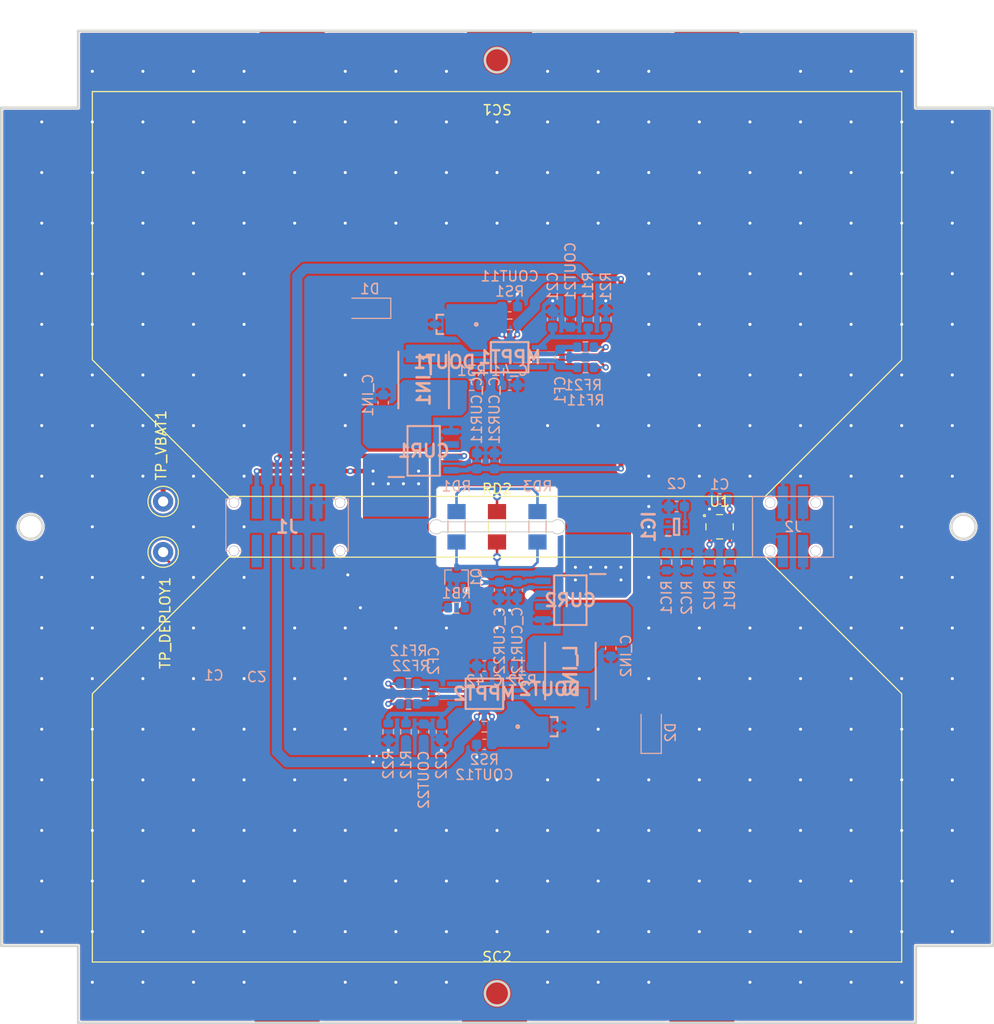
<source format=kicad_pcb>
(kicad_pcb (version 20211014) (generator pcbnew)
  (layers (0 "F.Cu" signal) (31 "B.Cu" signal) (34 "B.Paste" user) (35 "F.Paste" user) (36 "B.SilkS" user "B.Silkscreen") (37 "F.SilkS" user "F.Silkscreen") (38 "B.Mask" user) (39 "F.Mask" user) (44 "Edge.Cuts" user))
  (net 0 "")
  (net 1 "GND")
  (net 2 "/Sensors/VBAT")
  (net 3 "/+3V3")
  (net 4 "/SCL")
  (net 6 "/SDA")
  (net 7 "Net-(Q1-Pad1)")
  (net 8 "Net-(Q1-Pad3)")
  (net 9 "Net-(C21-Pad1)")
  (net 10 "/AntennaDeployment/Deploy")
  (net 11 "/AntennaDeployment/VBAT")
  (net 12 "Net-(C22-Pad1)")
  (net 13 "Net-(CF2-Pad1)")
  (net 14 "Net-(CF1-Pad1)")
  (net 15 "/SC1_V+")
  (net 16 "/SC1_I+")
  (net 17 "/MPPT1")
  (net 18 "Net-(CF1-Pad2)")
  (net 19 "/TEMP+")
  (net 20 "/MPPT2")
  (net 21 "/SC2_I+")
  (net 22 "/SC2_V+")
  (net 23 "Net-(CF2-Pad2)")
  (net 26 "Net-(C_41-Pad2)")
  (net 27 "Net-(C_42-Pad2)")
  (net 28 "/SolarMPPT/MPPT1_OUT")
  (net 29 "/SolarMPPT/MPPT2_OUT")
  (net 30 "/SolarMPPT/CUR1_OUT")
  (net 31 "/SolarMPPT/CUR2_OUT")
  (net 32 "/SolarMPPT/MPPT1_IN")
  (net 33 "/SolarMPPT/MPPT2_IN")
  (footprint "TestPoint:TestPoint_Loop_D1.80mm_Drill1.0mm_Beaded" (layer "F.Cu") (at 92 87 -90)
    (fp_text reference "TP_VBAT1")
    (fp_text value "TestPoint")
  )
  (footprint "USER_Activ:3G30A_40x80" (layer "F.Cu") (at 125 112.5)
    (fp_text reference "SC2")
    (fp_text value "Solar_Cell")
  )
  (footprint "Resistor_SMD:R_MiniMELF_MMA-0204" (layer "F.Cu") (at 125 89.5 -90)
    (fp_text reference "RD2")
    (fp_text value "22R" hide)
  )
  (footprint "TestPoint:TestPoint_Loop_D1.80mm_Drill1.0mm_Beaded" (layer "F.Cu") (at 92 92 -90)
    (fp_text reference "TP_DEPLOY1")
    (fp_text value "TestPoint")
  )
  (footprint "USER_Optic:OLGA 2mm x 2,3mm" (layer "F.Cu") (at 147 89.5)
    (fp_text reference "U1")
    (fp_text value "GUVA-C32SM" hide)
  )
  (footprint "USER_OUTLINE:OUTLINE_SidepanelZ+" (layer "F.Cu") (at 125 89.5)
    (fp_text reference "Outline1" hide)
    (fp_text value "OUTLINE_Sidepanel")
    (fp_line (start 41.4 -41.4) (end 49 -41.4) (layer "Edge.Cuts") (width 0.25))
    (fp_line (start -41.4 41.4) (end -49 41.4) (layer "Edge.Cuts") (width 0.25))
    (fp_line (start 49 -41.4) (end 49 41.4) (layer "Edge.Cuts") (width 0.25))
    (fp_line (start -49 -41.4) (end -41.4 -41.4) (layer "Edge.Cuts") (width 0.25))
    (fp_line (start -41.4 49) (end -41.4 41.4) (layer "Edge.Cuts") (width 0.25))
    (fp_line (start 41.4 41.4) (end 41.4 49) (layer "Edge.Cuts") (width 0.25))
    (fp_line (start -41.4 -41.4) (end -41.4 -49) (layer "Edge.Cuts") (width 0.25))
    (fp_line (start -41.4 -49) (end 41.4 -49) (layer "Edge.Cuts") (width 0.25))
    (fp_line (start -41.4 49) (end 41.4 49) (layer "Edge.Cuts") (width 0.25))
    (fp_line (start -49 -41.4) (end -49 41.4) (layer "Edge.Cuts") (width 0.25))
    (fp_line (start 49 41.4) (end 41.4 41.4) (layer "Edge.Cuts") (width 0.25))
    (fp_line (start 41.4 -49) (end 41.4 -41.4) (layer "Edge.Cuts") (width 0.25))
    (fp_circle (center -46.1 0) (end -44.9 0) (layer "Edge.Cuts") (width 0.25) (fill none))
    (fp_circle (center 0 -46.1) (end 1.2 -46.1) (layer "Edge.Cuts") (width 0.25) (fill none))
    (fp_circle (center 0 46.1) (end 1.2 46.1) (layer "Edge.Cuts") (width 0.25) (fill none))
    (fp_circle (center 46.1 0) (end 47.3 0) (layer "Edge.Cuts") (width 0.25) (fill none))
  )
  (footprint "USER_Activ:3G30A_40x80" (layer "F.Cu") (at 125 66.5 180)
    (fp_text reference "SC1")
    (fp_text value "Solar_Cell")
  )
  (footprint "Resistor_SMD:R_0603_1608Metric" (layer "B.Cu") (at 114.25 109.75 90)
    (fp_text reference "R22")
    (fp_text value "tbd")
  )
  (footprint "Resistor_SMD:R_0603_1608Metric" (layer "B.Cu") (at 135.75 69 -90)
    (fp_text reference "R21")
    (fp_text value "tbd")
  )
  (footprint "SamacSys:INDPM5650X530N" (layer "B.Cu") (at 117.75 75 90)
    (fp_text reference "L_IN1")
    (fp_text value "10u" hide)
  )
  (footprint "SamacSys:M808280842" (layer "B.Cu") (at 104.25 89.5)
    (fp_text reference "J1")
    (fp_text value "Conn_02x04_Odd_Even" hide)
  )
  (footprint "Resistor_SMD:R_0603_1608Metric" (layer "B.Cu") (at 116.25 105)
    (fp_text reference "RF12")
    (fp_text value "1k")
  )
  (footprint "Capacitor_SMD:C_0603_1608Metric" (layer "B.Cu") (at 147 86.75 180)
    (fp_text reference "C1")
    (fp_text value "1u")
  )
  (footprint "Capacitor_SMD:C_0603_1608Metric" (layer "B.Cu") (at 142.75 87.5)
    (fp_text reference "C2")
    (fp_text value "1u")
  )
  (footprint "Resistor_SMD:R_MiniMELF_MMA-0204" (layer "B.Cu") (at 121 89.5 -90)
    (fp_text reference "RD1")
    (fp_text value "22R" hide)
  )
  (footprint "Capacitor_SMD:C_0603_1608Metric" (layer "B.Cu") (at 113.75 77.25 90)
    (fp_text reference "C_IN1")
    (fp_text value "10u")
  )
  (footprint "SamacSys:SOTFL50P160X60-6N" (layer "B.Cu") (at 142.75 89.5)
    (fp_text reference "IC1")
    (fp_text value "TMP112AQDRLRQ1" hide)
  )
  (footprint "Resistor_SMD:R_0603_1608Metric" (layer "B.Cu") (at 116.25 107)
    (fp_text reference "RF22")
    (fp_text value "1k")
  )
  (footprint "SamacSys:SOIC127P600X175-8N" (layer "B.Cu") (at 132.25 96.75 180)
    (fp_text reference "CUR2")
    (fp_text value "TMCS1101A3BQDT" hide)
  )
  (footprint "Package_TO_SOT_SMD:SOT-323_SC-70" (layer "B.Cu") (at 121 94.5 90)
    (fp_text reference "Q1")
    (fp_text value "BSS214NW" hide)
  )
  (footprint "SamacSys:STMITE" (layer "B.Cu") (at 129.5 109.25 180)
    (fp_text reference "DOUT2")
    (fp_text value "SMM4F5.0" hide)
  )
  (footprint "Capacitor_SMD:C_0603_1608Metric" (layer "B.Cu") (at 117.75 109.75 90)
    (fp_text reference "COUT22")
    (fp_text value "10u")
  )
  (footprint "Capacitor_SMD:C_0603_1608Metric" (layer "B.Cu") (at 132.25 69 -90)
    (fp_text reference "COUT21")
    (fp_text value "10u")
  )
  (footprint "Capacitor_SMD:C_0603_1608Metric" (layer "B.Cu") (at 123.75 111 180)
    (fp_text reference "COUT12")
    (fp_text value "4u7")
  )
  (footprint "Resistor_SMD:R_0603_1608Metric" (layer "B.Cu") (at 134 69 90)
    (fp_text reference "R11")
    (fp_text value "1M")
  )
  (footprint "Capacitor_SMD:C_0603_1608Metric" (layer "B.Cu") (at 118.75 106 90)
    (fp_text reference "CF2")
    (fp_text value "1u")
  )
  (footprint "Capacitor_SMD:C_0603_1608Metric" (layer "B.Cu") (at 124.75 83 90)
    (fp_text reference "C_CUR21")
    (fp_text value "10u")
  )
  (footprint "Resistor_SMD:R_0603_1608Metric" (layer "B.Cu") (at 146 93 90)
    (fp_text reference "RU2")
    (fp_text value "4k7")
  )
  (footprint "SamacSys:STMITE" (layer "B.Cu") (at 120.5 69.5)
    (fp_text reference "DOUT1")
    (fp_text value "SMM4F5.0" hide)
  )
  (footprint "Resistor_SMD:R_0603_1608Metric" (layer "B.Cu") (at 126.25 69.5 180)
    (fp_text reference "RS1")
    (fp_text value "0R01")
  )
  (footprint "SamacSys:SOP65P640X120-8N" (layer "B.Cu") (at 126.25 72.75)
    (fp_text reference "MPPT1")
    (fp_text value "SPV1040TTR" hide)
  )
  (footprint "Capacitor_SMD:C_0603_1608Metric" (layer "B.Cu") (at 127 95.75 90)
    (fp_text reference "C_CUR12")
    (fp_text value "100n")
  )
  (footprint "Diode_SMD:D_SOD-123F" (layer "B.Cu") (at 140.24 109.69 90)
    (fp_text reference "D2")
    (fp_text value "PMEG2020EH")
  )
  (footprint "Capacitor_SMD:C_0603_1608Metric" (layer "B.Cu") (at 131.25 72.75 -90)
    (fp_text reference "CF1")
    (fp_text value "1u")
  )
  (footprint "Diode_SMD:D_SOD-123F" (layer "B.Cu") (at 112.3 67.91 180)
    (fp_text reference "D1")
    (fp_text value "PMEG2020EH")
  )
  (footprint "Resistor_SMD:R_0603_1608Metric" (layer "B.Cu") (at 133.75 71.75 180)
    (fp_text reference "RF21")
    (fp_text value "1k")
  )
  (footprint "Capacitor_SMD:C_0603_1608Metric" (layer "B.Cu") (at 136.25 101.5 -90)
    (fp_text reference "C_IN2")
    (fp_text value "10u")
  )
  (footprint "Resistor_SMD:R_0603_1608Metric" (layer "B.Cu") (at 116 109.75 -90)
    (fp_text reference "R12")
    (fp_text value "1M")
  )
  (footprint "Capacitor_SMD:C_0603_1608Metric" (layer "B.Cu") (at 123.75 103.25)
    (fp_text reference "C_42")
    (fp_text value "100n")
  )
  (footprint "Resistor_SMD:R_0603_1608Metric" (layer "B.Cu") (at 148 93 90)
    (fp_text reference "RU1")
    (fp_text value "4k7")
  )
  (footprint "USER_Passiv:M80-8280442" (layer "B.Cu") (at 154.25 89.5 180)
    (fp_text reference "J2")
    (fp_text value "Conn_02x02_Odd_Even")
  )
  (footprint "Capacitor_SMD:C_0603_1608Metric" (layer "B.Cu") (at 123 83 -90)
    (fp_text reference "C_CUR11")
    (fp_text value "100n")
  )
  (footprint "SamacSys:INDPM5650X530N" (layer "B.Cu") (at 132.25 103.75 -90)
    (fp_text reference "L_IN2")
    (fp_text value "10u" hide)
  )
  (footprint "SamacSys:SOIC127P600X175-8N" (layer "B.Cu") (at 117.75 82)
    (fp_text reference "CUR1")
    (fp_text value "TMCS1101A3BQDT" hide)
  )
  (footprint "Resistor_SMD:R_0603_1608Metric" (layer "B.Cu") (at 141.75 93 90)
    (fp_text reference "RIC1")
    (fp_text value "4k7")
  )
  (footprint "Resistor_SMD:R_0603_1608Metric" (layer "B.Cu") (at 122.5 75.5 180)
    (fp_text reference "R31")
    (fp_text value "1k")
  )
  (footprint "Resistor_SMD:R_MiniMELF_MMA-0204" (layer "B.Cu") (at 129 89.5 -90)
    (fp_text reference "RD3")
    (fp_text value "22R" hide)
  )
  (footprint "SamacSys:SOP65P640X120-8N" (layer "B.Cu") (at 123.75 106 180)
    (fp_text reference "MPPT2")
    (fp_text value "SPV1040TTR" hide)
  )
  (footprint "Capacitor_SMD:C_0603_1608Metric" (layer "B.Cu") (at 130.5 69 90)
    (fp_text reference "C21")
    (fp_text value "1n")
  )
  (footprint "Capacitor_SMD:C_0603_1608Metric" (layer "B.Cu") (at 119.5 109.75 -90)
    (fp_text reference "C22")
    (fp_text value "1n")
  )
  (footprint "Resistor_SMD:R_0603_1608Metric" (layer "B.Cu") (at 133.75 73.75 180)
    (fp_text reference "RF11")
    (fp_text value "1k")
  )
  (footprint "Resistor_SMD:R_0603_1608Metric" (layer "B.Cu") (at 127.5 103.25)
    (fp_text reference "R32")
    (fp_text value "1k")
  )
  (footprint "Capacitor_SMD:C_0603_1608Metric" (layer "B.Cu") (at 126.25 67.75)
    (fp_text reference "COUT11")
    (fp_text value "4u7")
  )
  (footprint "Resistor_SMD:R_0603_1608Metric" (layer "B.Cu") (at 123.75 109.25)
    (fp_text reference "RS2")
    (fp_text value "0R01")
  )
  (footprint "Capacitor_SMD:C_0603_1608Metric" (layer "B.Cu") (at 126.25 75.5 180)
    (fp_text reference "C_41")
    (fp_text value "100n")
  )
  (footprint "Resistor_SMD:R_0603_1608Metric" (layer "B.Cu") (at 121 97.5 180)
    (fp_text reference "RB1")
    (fp_text value "10k" hide)
  )
  (footprint "Resistor_SMD:R_0603_1608Metric" (layer "B.Cu") (at 143.75 93 90)
    (fp_text reference "RIC2")
    (fp_text value "4k7")
  )
  (footprint "Capacitor_SMD:C_0603_1608Metric" (layer "B.Cu") (at 125.25 95.75 -90)
    (fp_text reference "C_CUR22")
    (fp_text value "10u")
  )
  (gr_line (start 130.5 89) (end 119.5 89) (layer "Edge.Cuts") (width 0.1))
  (gr_line (start 119.5 90) (end 130.5 90) (layer "Edge.Cuts") (width 0.1))
  (gr_arc (start 130.5 89) (mid 131.707107 89.5) (end 130.5 90) (layer "Edge.Cuts") (width 0.1))
  (gr_arc (start 119.5 90) (mid 118.292893 89.5) (end 119.5 89) (layer "Edge.Cuts") (width 0.1))
  (gr_text "C2" (at 101.25 104.25 -180) (layer "B.SilkS") (effects (font (size 1 1)) (justify mirror)))
  (gr_text "C1" (at 97 104.18) (layer "B.SilkS") (effects (font (size 1 1)) (justify mirror)))
  (segment (start 146 88.65) (end 146.05 88.7) (width 0.25) (layer "F.Cu") (net 1))
  (segment (start 146 87.75) (end 146 88.65) (width 0.25) (layer "F.Cu") (net 1))
  (via (at 85 84.5) (size 0.6) (drill 0.3) (layers "F.Cu" "B.Cu") (net 1))
  (via (at 95 64.5) (size 0.6) (drill 0.3) (layers "F.Cu" "B.Cu") (net 1))
  (via (at 115 134.5) (size 0.6) (drill 0.3) (layers "F.Cu" "B.Cu") (net 1))
  (via (at 140 124.5) (size 0.6) (drill 0.3) (layers "F.Cu" "B.Cu") (net 1))
  (via (at 165 99.5) (size 0.6) (drill 0.3) (layers "F.Cu" "B.Cu") (net 1))
  (via (at 105 124.5) (size 0.6) (drill 0.3) (layers "F.Cu" "B.Cu") (net 1))
  (via (at 105 104.5) (size 0.6) (drill 0.3) (layers "F.Cu" "B.Cu") (net 1))
  (via (at 150 79.5) (size 0.6) (drill 0.3) (layers "F.Cu" "B.Cu") (net 1))
  (via (at 127 66.5) (size 0.6) (drill 0.3) (layers "F.Cu" "B.Cu") (net 1))
  (via (at 140 114.5) (size 0.6) (drill 0.3) (layers "F.Cu" "B.Cu") (net 1))
  (via (at 145 109.5) (size 0.6) (drill 0.3) (layers "F.Cu" "B.Cu") (net 1))
  (via (at 85 54.5) (size 0.6) (drill 0.3) (layers "F.Cu" "B.Cu") (net 1))
  (via (at 130 114.5) (size 0.6) (drill 0.3) (layers "F.Cu" "B.Cu") (net 1))
  (via (at 140 59.5) (size 0.6) (drill 0.3) (layers "F.Cu" "B.Cu") (net 1))
  (via (at 100 129.5) (size 0.6) (drill 0.3) (layers "F.Cu" "B.Cu") (net 1))
  (via (at 130 79.5) (size 0.6) (drill 0.3) (layers "F.Cu" "B.Cu") (net 1))
  (via (at 95 44.5) (size 0.6) (drill 0.3) (layers "F.Cu" "B.Cu") (net 1))
  (via (at 95 79.5) (size 0.6) (drill 0.3) (layers "F.Cu" "B.Cu") (net 1))
  (via (at 125 129.5) (size 0.6) (drill 0.3) (layers "F.Cu" "B.Cu") (net 1))
  (via (at 165 74.5) (size 0.6) (drill 0.3) (layers "F.Cu" "B.Cu") (net 1))
  (via (at 155 69.5) (size 0.6) (drill 0.3) (layers "F.Cu" "B.Cu") (net 1))
  (via (at 95 99.5) (size 0.6) (drill 0.3) (layers "F.Cu" "B.Cu") (net 1))
  (via (at 140 119.5) (size 0.6) (drill 0.3) (layers "F.Cu" "B.Cu") (net 1))
  (via (at 170 69.5) (size 0.6) (drill 0.3) (layers "F.Cu" "B.Cu") (net 1))
  (via (at 160 64.5) (size 0.6) (drill 0.3) (layers "F.Cu" "B.Cu") (net 1))
  (via (at 165 119.5) (size 0.6) (drill 0.3) (layers "F.Cu" "B.Cu") (net 1))
  (via (at 100 99.5) (size 0.6) (drill 0.3) (layers "F.Cu" "B.Cu") (net 1))
  (via (at 165 54.5) (size 0.6) (drill 0.3) (layers "F.Cu" "B.Cu") (net 1))
  (via (at 140 44.5) (size 0.6) (drill 0.3) (layers "F.Cu" "B.Cu") (net 1))
  (via (at 110 74.5) (size 0.6) (drill 0.3) (layers "F.Cu" "B.Cu") (net 1))
  (via (at 95 124.5) (size 0.6) (drill 0.3) (layers "F.Cu" "B.Cu") (net 1))
  (via (at 85 49.5) (size 0.6) (drill 0.3) (layers "F.Cu" "B.Cu") (net 1))
  (via (at 95 59.5) (size 0.6) (drill 0.3) (layers "F.Cu" "B.Cu") (net 1))
  (via (at 155 129.5) (size 0.6) (drill 0.3) (layers "F.Cu" "B.Cu") (net 1))
  (via (at 120 59.5) (size 0.6) (drill 0.3) (layers "F.Cu" "B.Cu") (net 1))
  (via (at 110 44.5) (size 0.6) (drill 0.3) (layers "F.Cu" "B.Cu") (net 1))
  (via (at 165 124.5) (size 0.6) (drill 0.3) (layers "F.Cu" "B.Cu") (net 1))
  (via (at 125 49.5) (size 0.6) (drill 0.3) (layers "F.Cu" "B.Cu") (net 1))
  (via (at 80 54.5) (size 0.6) (drill 0.3) (layers "F.Cu" "B.Cu") (net 1))
  (via (at 135 114.5) (size 0.6) (drill 0.3) (layers "F.Cu" "B.Cu") (net 1))
  (via (at 105 49.5) (size 0.6) (drill 0.3) (layers "F.Cu" "B.Cu") (net 1))
  (via (at 160 129.5) (size 0.6) (drill 0.3) (layers "F.Cu" "B.Cu") (net 1))
  (via (at 100 59.5) (size 0.6) (drill 0.3) (layers "F.Cu" "B.Cu") (net 1))
  (via (at 95 49.5) (size 0.6) (drill 0.3) (layers "F.Cu" "B.Cu") (net 1))
  (via (at 85 59.5) (size 0.6) (drill 0.3) (layers "F.Cu" "B.Cu") (net 1))
  (via (at 170 119.5) (size 0.6) (drill 0.3) (layers "F.Cu" "B.Cu") (net 1))
  (via (at 155 74.5) (size 0.6) (drill 0.3) (layers "F.Cu" "B.Cu") (net 1))
  (via (at 140 69.5) (size 0.6) (drill 0.3) (layers "F.Cu" "B.Cu") (net 1))
  (via (at 140 99.5) (size 0.6) (drill 0.3) (layers "F.Cu" "B.Cu") (net 1))
  (via (at 85 104.5) (size 0.6) (drill 0.3) (layers "F.Cu" "B.Cu") (net 1))
  (via (at 155 99.5) (size 0.6) (drill 0.3) (layers "F.Cu" "B.Cu") (net 1))
  (via (at 85 109.5) (size 0.6) (drill 0.3) (layers "F.Cu" "B.Cu") (net 1))
  (via (at 95 134.5) (size 0.6) (drill 0.3) (layers "F.Cu" "B.Cu") (net 1))
  (via (at 110 99.5) (size 0.6) (drill 0.3) (layers "F.Cu" "B.Cu") (net 1))
  (via (at 110 59.5) (size 0.6) (drill 0.3) (layers "F.Cu" "B.Cu") (net 1))
  (via (at 105 54.5) (size 0.6) (drill 0.3) (layers "F.Cu" "B.Cu") (net 1))
  (via (at 114.25 111.5745) (size 0.6) (drill 0.3) (layers "F.Cu" "B.Cu") (net 1))
  (via (at 110 79.5) (size 0.6) (drill 0.3) (layers "F.Cu" "B.Cu") (net 1))
  (via (at 85 79.5) (size 0.6) (drill 0.3) (layers "F.Cu" "B.Cu") (net 1))
  (via (at 170 49.5) (size 0.6) (drill 0.3) (layers "F.Cu" "B.Cu") (net 1))
  (via (at 150 134.5) (size 0.6) (drill 0.3) (layers "F.Cu" "B.Cu") (net 1))
  (via (at 95 94.5) (size 0.6) (drill 0.3) (layers "F.Cu" "B.Cu") (net 1))
  (via (at 155 84.5) (size 0.6) (drill 0.3) (layers "F.Cu" "B.Cu") (net 1))
  (via (at 125.25 97.75) (size 0.6) (drill 0.3) (layers "F.Cu" "B.Cu") (net 1))
  (via (at 145 119.5) (size 0.6) (drill 0.3) (layers "F.Cu" "B.Cu") (net 1))
  (via (at 100 44.5) (size 0.6) (drill 0.3) (layers "F.Cu" "B.Cu") (net 1))
  (via (at 130 49.5) (size 0.6) (drill 0.3) (layers "F.Cu" "B.Cu") (net 1))
  (via (at 120 44.5) (size 0.6) (drill 0.3) (layers "F.Cu" "B.Cu") (net 1))
  (via (at 150 69.5) (size 0.6) (drill 0.3) (layers "F.Cu" "B.Cu") (net 1))
  (via (at 85 134.5) (size 0.6) (drill 0.3) (layers "F.Cu" "B.Cu") (net 1))
  (via (at 110 109.5) (size 0.6) (drill 0.3) (layers "F.Cu" "B.Cu") (net 1))
  (via (at 160 54.5) (size 0.6) (drill 0.3) (layers "F.Cu" "B.Cu") (net 1))
  (via (at 160 74.5) (size 0.6) (drill 0.3) (layers "F.Cu" "B.Cu") (net 1))
  (via (at 155 59.5) (size 0.6) (drill 0.3) (layers "F.Cu" "B.Cu") (net 1))
  (via (at 120 124.5) (size 0.6) (drill 0.3) (layers "F.Cu" "B.Cu") (net 1))
  (via (at 95 74.5) (size 0.6) (drill 0.3) (layers "F.Cu" "B.Cu") (net 1))
  (via (at 80 104.5) (size 0.6) (drill 0.3) (layers "F.Cu" "B.Cu") (net 1))
  (via (at 110 129.5) (size 0.6) (drill 0.3) (layers "F.Cu" "B.Cu") (net 1))
  (via (at 165 79.5) (size 0.6) (drill 0.3) (layers "F.Cu" "B.Cu") (net 1))
  (via (at 95 69.5) (size 0.6) (drill 0.3) (layers "F.Cu" "B.Cu") (net 1))
  (via (at 90 49.5) (size 0.6) (drill 0.3) (layers "F.Cu" "B.Cu") (net 1))
  (via (at 145 64.5) (size 0.6) (drill 0.3) (layers "F.Cu" "B.Cu") (net 1))
  (via (at 140 84.5) (size 0.6) (drill 0.3) (layers "F.Cu" "B.Cu") (net 1))
  (via (at 119.5 111.5745) (size 0.6) (drill 0.3) (layers "F.Cu" "B.Cu") (net 1))
  (via (at 155 79.5) (size 0.6) (drill 0.3) (layers "F.Cu" "B.Cu") (net 1))
  (via (at 165 89.5) (size 0.6) (drill 0.3) (layers "F.Cu" "B.Cu") (net 1))
  (via (at 150 119.5) (size 0.6) (drill 0.3) (layers "F.Cu" "B.Cu") (net 1))
  (via (at 160 114.5) (size 0.6) (drill 0.3) (layers "F.Cu" "B.Cu") (net 1))
  (via (at 160 69.5) (size 0.6) (drill 0.3) (layers "F.Cu" "B.Cu") (net 1))
  (via (at 160 89.5) (size 0.6) (drill 0.3) (layers "F.Cu" "B.Cu") (net 1))
  (via (at 150 54.5) (size 0.6) (drill 0.3) (layers "F.Cu" "B.Cu") (net 1))
  (via (at 110 54.5) (size 0.6) (drill 0.3) (layers "F.Cu" "B.Cu") (net 1))
  (via (at 145 49.5) (size 0.6) (drill 0.3) (layers "F.Cu" "B.Cu") (net 1))
  (via (at 80 119.5) (size 0.6) (drill 0.3) (layers "F.Cu" "B.Cu") (net 1))
  (via (at 140 49.5) (size 0.6) (drill 0.3) (layers "F.Cu" "B.Cu") (net 1))
  (via (at 110 124.5) (size 0.6) (drill 0.3) (layers "F.Cu" "B.Cu") (net 1))
  (via (at 160 134.5) (size 0.6) (drill 0.3) (layers "F.Cu" "B.Cu") (net 1))
  (via (at 115 99.5) (size 0.6) (drill 0.3) (layers "F.Cu" "B.Cu") (net 1))
  (via (at 155 119.5) (size 0.6) (drill 0.3) (layers "F.Cu" "B.Cu") (net 1))
  (via (at 100 114.5) (size 0.6) (drill 0.3) (layers "F.Cu" "B.Cu") (net 1))
  (via (at 90 104.5) (size 0.6) (drill 0.3) (layers "F.Cu" "B.Cu") (net 1))
  (via (at 160 99.5) (size 0.6) (drill 0.3) (layers "F.Cu" "B.Cu") (net 1))
  (via (at 140 129.5) (size 0.6) (drill 0.3) (layers "F.Cu" "B.Cu") (net 1))
  (via (at 100 54.5) (size 0.6) (drill 0.3) (layers "F.Cu" "B.Cu") (net 1))
  (via (at 165 84.5) (size 0.6) (drill 0.3) (layers "F.Cu" "B.Cu") (net 1))
  (via (at 126.25 97.75) (size 0.6) (drill 0.3) (layers "F.Cu" "B.Cu") (net 1))
  (via (at 85 114.5) (size 0.6) (drill 0.3) (layers "F.Cu" "B.Cu") (net 1))
  (via (at 120 49.5) (size 0.6) (drill 0.3) (layers "F.Cu" "B.Cu") (net 1))
  (via (at 80 99.5) (size 0.6) (drill 0.3) (layers "F.Cu" "B.Cu") (net 1))
  (via (at 120 134.5) (size 0.6) (drill 0.3) (layers "F.Cu" "B.Cu") (net 1))
  (via (at 80 84.5) (size 0.6) (drill 0.3) (layers "F.Cu" "B.Cu") (net 1))
  (via (at 130 54.5) (size 0.6) (drill 0.3) (layers "F.Cu" "B.Cu") (net 1))
  (via (at 115 119.5) (size 0.6) (drill 0.3) (layers "F.Cu" "B.Cu") (net 1))
  (via (at 150 104.5) (size 0.6) (drill 0.3) (layers "F.Cu" "B.Cu") (net 1))
  (via (at 165 49.5) (size 0.6) (drill 0.3) (layers "F.Cu" "B.Cu") (net 1))
  (via (at 130 59.5) (size 0.6) (drill 0.3) (layers "F.Cu" "B.Cu") (net 1))
  (via (at 123 112.25) (size 0.6) (drill 0.3) (layers "F.Cu" "B.Cu") (net 1))
  (via (at 125 124.5) (size 0.6) (drill 0.3) (layers "F.Cu" "B.Cu") (net 1))
  (via (at 80 49.5) (size 0.6) (drill 0.3) (layers "F.Cu" "B.Cu") (net 1))
  (via (at 100 94.5) (size 0.6) (drill 0.3) (layers "F.Cu" "B.Cu") (net 1))
  (via (at 170 74.5) (size 0.6) (drill 0.3) (layers "F.Cu" "B.Cu") (net 1))
  (via (at 135.75 67.1755) (size 0.6) (drill 0.3) (layers "F.Cu" "B.Cu") (net 1))
  (via (at 105 59.5) (size 0.6) (drill 0.3) (layers "F.Cu" "B.Cu") (net 1))
  (via (at 80 69.5) (size 0.6) (drill 0.3) (layers "F.Cu" "B.Cu") (net 1))
  (via (at 165 114.5) (size 0.6) (drill 0.3) (layers "F.Cu" "B.Cu") (net 1))
  (via (at 125 54.5) (size 0.6) (drill 0.3) (layers "F.Cu" "B.Cu") (net 1))
  (via (at 135 49.5) (size 0.6) (drill 0.3) (layers "F.Cu" "B.Cu") (net 1))
  (via (at 120 129.5) (size 0.6) (drill 0.3) (layers "F.Cu" "B.Cu") (net 1))
  (via (at 155 109.5) (size 0.6) (drill 0.3) (layers "F.Cu" "B.Cu") (net 1))
  (via (at 155 64.5) (size 0.6) (drill 0.3) (layers "F.Cu" "B.Cu") (net 1))
  (via (at 90 79.5) (size 0.6) (drill 0.3) (layers "F.Cu" "B.Cu") (net 1))
  (via (at 110 119.5) (size 0.6) (drill 0.3) (layers "F.Cu" "B.Cu") (net 1))
  (via (at 115 129.5) (size 0.6) (drill 0.3) (layers "F.Cu" "B.Cu") (net 1))
  (via (at 135 134.5) (size 0.6) (drill 0.3) (layers "F.Cu" "B.Cu") (net 1))
  (via (at 160 119.5) (size 0.6) (drill 0.3) (layers "F.Cu" "B.Cu") (net 1))
  (via (at 170 54.5) (size 0.6) (drill 0.3) (layers "F.Cu" "B.Cu") (net 1))
  (via (at 90 114.5) (size 0.6) (drill 0.3) (layers "F.Cu" "B.Cu") (net 1))
  (via (at 80 129.5) (size 0.6) (drill 0.3) (layers "F.Cu" "B.Cu") (net 1))
  (via (at 115 54.5) (size 0.6) (drill 0.3) (layers "F.Cu" "B.Cu") (net 1))
  (via (at 135 129.5) (size 0.6) (drill 0.3) (layers "F.Cu" "B.Cu") (net 1))
  (via (at 80 64.5) (size 0.6) (drill 0.3) (layers "F.Cu" "B.Cu") (net 1))
  (via (at 120 119.5) (size 0.6) (drill 0.3) (layers "F.Cu" "B.Cu") (net 1))
  (via (at 140 87.5) (size 0.6) (drill 0.3) (layers "F.Cu" "B.Cu") (net 1))
  (via (at 135 119.5) (size 0.6) (drill 0.3) (layers "F.Cu" "B.Cu") (net 1))
  (via (at 100 79.5) (size 0.6) (drill 0.3) (layers "F.Cu" "B.Cu") (net 1))
  (via (at 150 129.5) (size 0.6) (drill 0.3) (layers "F.Cu" "B.Cu") (net 1))
  (via (at 115 49.5) (size 0.6) (drill 0.3) (layers "F.Cu" "B.Cu") (net 1))
  (via (at 145 99.5) (size 0.6) (drill 0.3) (layers "F.Cu" "B.Cu") (net 1))
  (via (at 150 109.5) (size 0.6) (drill 0.3) (layers "F.Cu" "B.Cu") (net 1))
  (via (at 125 114.5) (size 0.6) (drill 0.3) (layers "F.Cu" "B.Cu") (net 1))
  (via (at 160 79.5) (size 0.6) (drill 0.3) (layers "F.Cu" "B.Cu") (net 1))
  (via (at 160 109.5) (size 0.6) (drill 0.3) (layers "F.Cu" "B.Cu") (net 1))
  (via (at 90 69.5) (size 0.6) (drill 0.3) (layers "F.Cu" "B.Cu") (net 1))
  (via (at 150 99.5) (size 0.6) (drill 0.3) (layers "F.Cu" "B.Cu") (net 1))
  (via (at 85 124.5) (size 0.6) (drill 0.3) (layers "F.Cu" "B.Cu") (net 1))
  (via (at 90 134.5) (size 0.6) (drill 0.3) (layers "F.Cu" "B.Cu") (net 1))
  (via (at 145 124.5) (size 0.6) (drill 0.3) (layers "F.Cu" "B.Cu") (net 1))
  (via (at 140 79.5) (size 0.6) (drill 0.3) (layers "F.Cu" "B.Cu") (net 1))
  (via (at 160 104.5) (size 0.6) (drill 0.3) (layers "F.Cu" "B.Cu") (net 1))
  (via (at 90 59.5) (size 0.6) (drill 0.3) (layers "F.Cu" "B.Cu") (net 1))
  (via (at 150 124.5) (size 0.6) (drill 0.3) (layers "F.Cu" "B.Cu") (net 1))
  (via (at 90 44.5) (size 0.6) (drill 0.3) (layers "F.Cu" "B.Cu") (net 1))
  (via (at 145 104.5) (size 0.6) (drill 0.3) (layers "F.Cu" "B.Cu") (net 1))
  (via (at 155 114.5) (size 0.6) (drill 0.3) (layers "F.Cu" "B.Cu") (net 1))
  (via (at 110 104.5) (size 0.6) (drill 0.3) (layers "F.Cu" "B.Cu") (net 1))
  (via (at 165 69.5) (size 0.6) (drill 0.3) (layers "F.Cu" "B.Cu") (net 1))
  (via (at 85 74.5) (size 0.6) (drill 0.3) (layers "F.Cu" "B.Cu") (net 1))
  (via (at 85 129.5) (size 0.6) (drill 0.3) (layers "F.Cu" "B.Cu") (net 1))
  (via (at 90 54.5) (size 0.6) (drill 0.3) (layers "F.Cu" "B.Cu") (net 1))
  (via (at 145 84.5) (size 0.6) (drill 0.3) (layers "F.Cu" "B.Cu") (net 1))
  (via (at 100 104.5) (size 0.6) (drill 0.3) (layers "F.Cu" "B.Cu") (net 1))
  (via (at 125 59.5) (size 0.6) (drill 0.3) (layers "F.Cu" "B.Cu") (net 1))
  (via (at 80 109.5) (size 0.6) (drill 0.3) (layers "F.Cu" "B.Cu") (net 1))
  (via (at 95 109.5) (size 0.6) (drill 0.3) (layers "F.Cu" "B.Cu") (net 1))
  (via (at 150 84.5) (size 0.6) (drill 0.3) (layers "F.Cu" "B.Cu") (net 1))
  (via (at 125 99.5) (size 0.6) (drill 0.3) (layers "F.Cu" "B.Cu") (net 1))
  (via (at 100 119.5) (size 0.6) (drill 0.3) (layers "F.Cu" "B.Cu") (net 1))
  (via (at 150 49.5) (size 0.6) (drill 0.3) (layers "F.Cu" "B.Cu") (net 1))
  (via (at 80 94.5) (size 0.6) (drill 0.3) (layers "F.Cu" "B.Cu") (net 1))
  (via (at 140 104.5) (size 0.6) (drill 0.3) (layers "F.Cu" "B.Cu") (net 1))
  (via (at 85 119.5) (size 0.6) (drill 0.3) (layers "F.Cu" "B.Cu") (net 1))
  (via (at 100 134.5) (size 0.6) (drill 0.3) (layers "F.Cu" "B.Cu") (net 1))
  (via (at 130 134.5) (size 0.6) (drill 0.3) (layers "F.Cu" "B.Cu") (net 1))
  (via (at 110 49.5) (size 0.6) (drill 0.3) (layers "F.Cu" "B.Cu") (net 1))
  (via (at 105 109.5) (size 0.6) (drill 0.3) (layers "F.Cu" "B.Cu") (net 1))
  (via (at 155 104.5) (size 0.6) (drill 0.3) (layers "F.Cu" "B.Cu") (net 1))
  (via (at 145 59.5) (size 0.6) (drill 0.3) (layers "F.Cu" "B.Cu") (net 1))
  (via (at 130 129.5) (size 0.6) (drill 0.3) (layers "F.Cu" "B.Cu") (net 1))
  (via (at 80 59.5) (size 0.6) (drill 0.3) (layers "F.Cu" "B.Cu") (net 1))
  (via (at 160 49.5) (size 0.6) (drill 0.3) (layers "F.Cu" "B.Cu") (net 1))
  (via (at 85 64.5) (size 0.6) (drill 0.3) (layers "F.Cu" "B.Cu") (net 1))
  (via (at 140 74.5) (size 0.6) (drill 0.3) (layers "F.Cu" "B.Cu") (net 1))
  (via (at 170 104.5) (size 0.6) (drill 0.3) (layers "F.Cu" "B.Cu") (net 1))
  (via (at 90 124.5) (size 0.6) (drill 0.3) (layers "F.Cu" "B.Cu") (net 1))
  (via (at 145 129.5) (size 0.6) (drill 0.3) (layers "F.Cu" "B.Cu") (net 1))
  (via (at 100 124.5) (size 0.6) (drill 0.3) (layers "F.Cu" "B.Cu") (net 1))
  (via (at 110 114.5) (size 0.6) (drill 0.3) (layers "F.Cu" "B.Cu") (net 1))
  (via (at 170 109.5) (size 0.6) (drill 0.3) (layers "F.Cu" "B.Cu") (net 1))
  (via (at 165 109.5) (size 0.6) (drill 0.3) (layers "F.Cu" "B.Cu") (net 1))
  (via (at 130.5 67.1755) (size 0.6) (drill 0.3) (layers "F.Cu" "B.Cu") (net 1))
  (via (at 115 44.5) (size 0.6) (drill 0.3) (layers "F.Cu" "B.Cu") (net 1))
  (via (at 80 114.5) (size 0.6) (drill 0.3) (layers "F.Cu" "B.Cu") (net 1))
  (via (at 140 134.5) (size 0.6) (drill 0.3) (layers "F.Cu" "B.Cu") (net 1))
  (via (at 105 129.5) (size 0.6) (drill 0.3) (layers "F.Cu" "B.Cu") (net 1))
  (via (at 105 114.5) (size 0.6) (drill 0.3) (layers "F.Cu" "B.Cu") (net 1))
  (via (at 115 59.5) (size 0.6) (drill 0.3) (layers "F.Cu" "B.Cu") (net 1))
  (via (at 95 84.5) (size 0.6) (drill 0.3) (layers "F.Cu" "B.Cu") (net 1))
  (via (at 140 54.5) (size 0.6) (drill 0.3) (layers "F.Cu" "B.Cu") (net 1))
  (via (at 85 89.5) (size 0.6) (drill 0.3) (layers "F.Cu" "B.Cu") (net 1))
  (via (at 85 69.5) (size 0.6) (drill 0.3) (layers "F.Cu" "B.Cu") (net 1))
  (via (at 165 94.5) (size 0.6) (drill 0.3) (layers "F.Cu" "B.Cu") (net 1))
  (via (at 80 74.5) (size 0.6) (drill 0.3) (layers "F.Cu" "B.Cu") (net 1))
  (via (at 160 44.5) (size 0.6) (drill 0.3) (layers "F.Cu" "B.Cu") (net 1))
  (via (at 140 64.5) (size 0.6) (drill 0.3) (layers "F.Cu" "B.Cu") (net 1))
  (via (at 125 119.5) (size 0.6) (drill 0.3) (layers "F.Cu" "B.Cu") (net 1))
  (via (at 170 94.5) (size 0.6) (drill 0.3) (layers "F.Cu" "B.Cu") (net 1))
  (via (at 105 99.5) (size 0.6) (drill 0.3) (layers "F.Cu" "B.Cu") (net 1))
  (via (at 90 99.5) (size 0.6) (drill 0.3) (layers "F.Cu" "B.Cu") (net 1))
  (via (at 130 44.5) (size 0.6) (drill 0.3) (layers "F.Cu" "B.Cu") (net 1))
  (via (at 100 69.5) (size 0.6) (drill 0.3) (layers "F.Cu" "B.Cu") (net 1))
  (via (at 135 44.5) (size 0.6) (drill 0.3) (layers "F.Cu" "B.Cu") (net 1))
  (via (at 145 74.5) (size 0.6) (drill 0.3) (layers "F.Cu" "B.Cu") (net 1))
  (via (at 170 129.5) (size 0.6) (drill 0.3) (layers "F.Cu" "B.Cu") (net 1))
  (via (at 95 104.5) (size 0.6) (drill 0.3) (layers "F.Cu" "B.Cu") (net 1))
  (via (at 165 104.5) (size 0.6) (drill 0.3) (layers "F.Cu" "B.Cu") (net 1))
  (via (at 100 64.5) (size 0.6) (drill 0.3) (layers "F.Cu" "B.Cu") (net 1))
  (via (at 155 49.5) (size 0.6) (drill 0.3) (layers "F.Cu" "B.Cu") (net 1))
  (via (at 80 124.5) (size 0.6) (drill 0.3) (layers "F.Cu" "B.Cu") (net 1))
  (via (at 80 79.5) (size 0.6) (drill 0.3) (layers "F.Cu" "B.Cu") (net 1))
  (via (at 90 74.5) (size 0.6) (drill 0.3) (layers "F.Cu" "B.Cu") (net 1))
  (via (at 170 84.5) (size 0.6) (drill 0.3) (layers "F.Cu" "B.Cu") (net 1))
  (via (at 170 64.5) (size 0.6) (drill 0.3) (layers "F.Cu" "B.Cu") (net 1))
  (via (at 170 99.5) (size 0.6) (drill 0.3) (layers "F.Cu" "B.Cu") (net 1))
  (via (at 100 49.5) (size 0.6) (drill 0.3) (layers "F.Cu" "B.Cu") (net 1))
  (via (at 85 99.5) (size 0.6) (drill 0.3) (layers "F.Cu" "B.Cu") (net 1))
  (via (at 170 79.5) (size 0.6) (drill 0.3) (layers "F.Cu" "B.Cu") (net 1))
  (via (at 120 99.5) (size 0.6) (drill 0.3) (layers "F.Cu" "B.Cu") (net 1))
  (via (at 150 74.5) (size 0.6) (drill 0.3) (layers "F.Cu" "B.Cu") (net 1))
  (via (at 100 109.5) (size 0.6) (drill 0.3) (layers "F.Cu" "B.Cu") (net 1))
  (via (at 145 79.5) (size 0.6) (drill 0.3) (layers "F.Cu" "B.Cu") (net 1))
  (via (at 90 119.5) (size 0.6) (drill 0.3) (layers "F.Cu" "B.Cu") (net 1))
  (via (at 95 89.5) (size 0.6) (drill 0.3) (layers "F.Cu" "B.Cu") (net 1))
  (via (at 145 114.5) (size 0.6) (drill 0.3) (layers "F.Cu" "B.Cu") (net 1))
  (via (at 170 59.5) (size 0.6) (drill 0.3) (layers "F.Cu" "B.Cu") (net 1))
  (via (at 130 124.5) (size 0.6) (drill 0.3) (layers "F.Cu" "B.Cu") (net 1))
  (via (at 135 54.5) (size 0.6) (drill 0.3) (layers "F.Cu" "B.Cu") (net 1))
  (via (at 90 94.5) (size 0.6) (drill 0.3) (layers "F.Cu" "B.Cu") (net 1))
  (via (at 130 119.5) (size 0.6) (drill 0.3) (layers "F.Cu" "B.Cu") (net 1))
  (via (at 85 44.5) (size 0.6) (drill 0.3) (layers "F.Cu" "B.Cu") (net 1))
  (via (at 135 59.5) (size 0.6) (drill 0.3) (layers "F.Cu" "B.Cu") (net 1))
  (via (at 90 64.5) (size 0.6) (drill 0.3) (layers "F.Cu" "B.Cu") (net 1))
  (via (at 100 89.5) (size 0.6) (drill 0.3) (layers "F.Cu" "B.Cu") (net 1))
  (via (at 145 54.5) (size 0.6) (drill 0.3) (layers "F.Cu" "B.Cu") (net 1))
  (via (at 150 59.5) (size 0.6) (drill 0.3) (layers "F.Cu" "B.Cu") (net 1))
  (via (at 146 87.75) (size 0.6) (drill 0.3) (layers "F.Cu" "B.Cu") (net 1))
  (via (at 155 54.5) (size 0.6) (drill 0.3) (layers "F.Cu" "B.Cu") (net 1))
  (via (at 135 124.5) (size 0.6) (drill 0.3) (layers "F.Cu" "B.Cu") (net 1))
  (via (at 160 94.5) (size 0.6) (drill 0.3) (layers "F.Cu" "B.Cu") (net 1))
  (via (at 100 84.5) (size 0.6) (drill 0.3) (layers "F.Cu" "B.Cu") (net 1))
  (via (at 150 114.5) (size 0.6) (drill 0.3) (layers "F.Cu" "B.Cu") (net 1))
  (via (at 135 109.5) (size 0.6) (drill 0.3) (layers "F.Cu" "B.Cu") (net 1))
  (via (at 160 84.5) (size 0.6) (drill 0.3) (layers "F.Cu" "B.Cu") (net 1))
  (via (at 95 119.5) (size 0.6) (drill 0.3) (layers "F.Cu" "B.Cu") (net 1))
  (via (at 135 79.5) (size 0.6) (drill 0.3) (layers "F.Cu" "B.Cu") (net 1))
  (via (at 160 124.5) (size 0.6) (drill 0.3) (layers "F.Cu" "B.Cu") (net 1))
  (via (at 95 54.5) (size 0.6) (drill 0.3) (layers "F.Cu" "B.Cu") (net 1))
  (via (at 90 109.5) (size 0.6) (drill 0.3) (layers "F.Cu" "B.Cu") (net 1))
  (via (at 155 134.5) (size 0.6) (drill 0.3) (layers "F.Cu" "B.Cu") (net 1))
  (via (at 110 134.5) (size 0.6) (drill 0.3) (layers "F.Cu" "B.Cu") (net 1))
  (via (at 90 84.5) (size 0.6) (drill 0.3) (layers "F.Cu" "B.Cu") (net 1))
  (via (at 90 129.5) (size 0.6) (drill 0.3) (layers "F.Cu" "B.Cu") (net 1))
  (via (at 115 124.5) (size 0.6) (drill 0.3) (layers "F.Cu" "B.Cu") (net 1))
  (via (at 165 59.5) (size 0.6) (drill 0.3) (layers "F.Cu" "B.Cu") (net 1))
  (via (at 150 64.5) (size 0.6) (drill 0.3) (layers "F.Cu" "B.Cu") (net 1))
  (via (at 165 64.5) (size 0.6) (drill 0.3) (layers "F.Cu" "B.Cu") (net 1))
  (via (at 140 94.5) (size 0.6) (drill 0.3) (layers "F.Cu" "B.Cu") (net 1))
  (via (at 165 129.5) (size 0.6) (drill 0.3) (layers "F.Cu" "B.Cu") (net 1))
  (via (at 170 124.5) (size 0.6) (drill 0.3) (layers "F.Cu" "B.Cu") (net 1))
  (via (at 95 129.5) (size 0.6) (drill 0.3) (layers "F.Cu" "B.Cu") (net 1))
  (via (at 145 69.5) (size 0.6) (drill 0.3) (layers "F.Cu" "B.Cu") (net 1))
  (via (at 140 89.5) (size 0.6) (drill 0.3) (layers "F.Cu" "B.Cu") (net 1))
  (via (at 165 44.5) (size 0.6) (drill 0.3) (layers "F.Cu" "B.Cu") (net 1))
  (via (at 105 119.5) (size 0.6) (drill 0.3) (layers "F.Cu" "B.Cu") (net 1))
  (via (at 160 59.5) (size 0.6) (drill 0.3) (layers "F.Cu" "B.Cu") (net 1))
  (via (at 95 114.5) (size 0.6) (drill 0.3) (layers "F.Cu" "B.Cu") (net 1))
  (via (at 100 74.5) (size 0.6) (drill 0.3) (layers "F.Cu" "B.Cu") (net 1))
  (via (at 155 44.5) (size 0.6) (drill 0.3) (layers "F.Cu" "B.Cu") (net 1))
  (via (at 170 114.5) (size 0.6) (drill 0.3) (layers "F.Cu" "B.Cu") (net 1))
  (via (at 120 54.5) (size 0.6) (drill 0.3) (layers "F.Cu" "B.Cu") (net 1))
  (via (at 85 94.5) (size 0.6) (drill 0.3) (layers "F.Cu" "B.Cu") (net 1))
  (via (at 165 134.5) (size 0.6) (drill 0.3) (layers "F.Cu" "B.Cu") (net 1))
  (via (at 150 69.5) (size 0.6) (drill 0.3) (layers "F.Cu" "B.Cu") (net 1))
  (via (at 155 124.5) (size 0.6) (drill 0.3) (layers "F.Cu" "B.Cu") (net 1))
  (segment (start 146 87.75) (end 146 86.975) (width 0.25) (layer "B.Cu") (net 1))
  (segment (start 119.5 110.525) (end 119.5 111.5745) (width 0.45) (layer "B.Cu") (net 1))
  (segment (start 117.95 108.975) (end 119.5 110.525) (width 0.45) (layer "B.Cu") (net 1))
  (segment (start 135.75 68.175) (end 135.75 67.1755) (width 0.45) (layer "B.Cu") (net 1))
  (segment (start 132.25 69.775) (end 132.05 69.775) (width 0.45) (layer "B.Cu") (net 1))
  (segment (start 114.25 110.575) (end 114.25 111.5745) (width 0.45) (layer "B.Cu") (net 1))
  (segment (start 130.5 68.225) (end 130.5 67.1755) (width 0.45) (layer "B.Cu") (net 1))
  (segment (start 146 86.975) (end 146.225 86.75) (width 0.25) (layer "B.Cu") (net 1))
  (segment (start 132.05 69.775) (end 130.5 68.225) (width 0.45) (layer "B.Cu") (net 1))
  (segment (start 117.75 108.975) (end 117.95 108.975) (width 0.45) (layer "B.Cu") (net 1))
  (segment (start 148 87.75) (end 148 88.65) (width 0.25) (layer "F.Cu") (net 2))
  (segment (start 148 88.65) (end 147.95 88.7) (width 0.25) (layer "F.Cu") (net 2))
  (via (at 148 87.75) (size 0.6) (drill 0.3) (layers "F.Cu" "B.Cu") (net 2))
  (segment (start 148 86.975) (end 147.775 86.75) (width 0.25) (layer "B.Cu") (net 2))
  (segment (start 148 87.75) (end 148 86.975) (width 0.25) (layer "B.Cu") (net 2))
  (segment (start 143.588 89.5) (end 143.588 87.813) (width 0.25) (layer "B.Cu") (net 3))
  (segment (start 143.588 87.813) (end 143.525 87.75) (width 0.25) (layer "B.Cu") (net 3))
  (segment (start 139.25 93.25) (end 139.825 93.825) (width 0.25) (layer "B.Cu") (net 3))
  (segment (start 149.175 95) (end 154.5 95) (width 0.45) (layer "B.Cu") (net 3))
  (segment (start 154.5 95) (end 155.25 94.25) (width 0.45) (layer "B.Cu") (net 3))
  (segment (start 143.525 87.5) (end 143.525 86.775) (width 0.25) (layer "B.Cu") (net 3))
  (segment (start 143.525 86.775) (end 143 86.25) (width 0.25) (layer "B.Cu") (net 3))
  (segment (start 141.75 93.825) (end 148 93.825) (width 0.45) (layer "B.Cu") (net 3))
  (segment (start 148 93.825) (end 149.175 95) (width 0.45) (layer "B.Cu") (net 3))
  (segment (start 143 86.25) (end 139.5 86.25) (width 0.25) (layer "B.Cu") (net 3))
  (segment (start 139.25 86.5) (end 139.25 93.25) (width 0.25) (layer "B.Cu") (net 3))
  (segment (start 139.825 93.825) (end 141.75 93.825) (width 0.25) (layer "B.Cu") (net 3))
  (segment (start 155.25 94.25) (end 155.25 91.9) (width 0.45) (layer "B.Cu") (net 3))
  (segment (start 139.5 86.25) (end 139.25 86.5) (width 0.25) (layer "B.Cu") (net 3))
  (segment (start 148 91.25) (end 148 90.35) (width 0.25) (layer "F.Cu") (net 4))
  (segment (start 148 90.35) (end 147.95 90.3) (width 0.25) (layer "F.Cu") (net 4))
  (via (at 148 91.25) (size 0.6) (drill 0.3) (layers "F.Cu" "B.Cu") (net 4))
  (segment (start 142.5 93) (end 141.75 92.25) (width 0.25) (layer "B.Cu") (net 4))
  (segment (start 153.25 91) (end 152.75 90.5) (width 0.25) (layer "B.Cu") (net 4))
  (segment (start 148 92.175) (end 148 91.25) (width 0.25) (layer "B.Cu") (net 4))
  (segment (start 141.75 92.25) (end 141.75 92.175) (width 0.25) (layer "B.Cu") (net 4))
  (segment (start 148.75 90.5) (end 148 91.25) (width 0.25) (layer "B.Cu") (net 4))
  (segment (start 141.75 92.175) (end 141.75 90.162) (width 0.25) (layer "B.Cu") (net 4))
  (segment (start 147.175 93) (end 142.5 93) (width 0.25) (layer "B.Cu") (net 4))
  (segment (start 153.25 91.9) (end 153.25 91) (width 0.25) (layer "B.Cu") (net 4))
  (segment (start 152.75 90.5) (end 148.75 90.5) (width 0.25) (layer "B.Cu") (net 4))
  (segment (start 141.75 90.162) (end 141.912 90) (width 0.25) (layer "B.Cu") (net 4))
  (segment (start 148 92.175) (end 147.175 93) (width 0.25) (layer "B.Cu") (net 4))
  (segment (start 146 91.25) (end 146 90.35) (width 0.25) (layer "F.Cu") (net 6))
  (segment (start 146 90.35) (end 146.05 90.3) (width 0.25) (layer "F.Cu") (net 6))
  (via (at 146 91.25) (size 0.6) (drill 0.3) (layers "F.Cu" "B.Cu") (net 6))
  (segment (start 147.75 89.5) (end 154.75 89.5) (width 0.25) (layer "B.Cu") (net 6))
  (segment (start 146 92.175) (end 146 91.25) (width 0.25) (layer "B.Cu") (net 6))
  (segment (start 143.588 90) (end 143.588 92.013) (width 0.25) (layer "B.Cu") (net 6))
  (segment (start 143.588 92.013) (end 143.75 92.175) (width 0.25) (layer "B.Cu") (net 6))
  (segment (start 154.75 89.5) (end 155.25 89) (width 0.25) (layer "B.Cu") (net 6))
  (segment (start 143.75 92.175) (end 146 92.175) (width 0.25) (layer "B.Cu") (net 6))
  (segment (start 155.25 89) (end 155.25 87.1) (width 0.25) (layer "B.Cu") (net 6))
  (segment (start 146 91.25) (end 147.75 89.5) (width 0.25) (layer "B.Cu") (net 6))
  (segment (start 121.65 97.325) (end 121.825 97.5) (width 0.45) (layer "B.Cu") (net 7))
  (segment (start 121.65 95.5) (end 121.65 97.325) (width 0.45) (layer "B.Cu") (net 7))
  (segment (start 125 91) (end 125 92.5) (width 0.25) (layer "F.Cu") (net 8))
  (via (at 125 92.5) (size 0.8) (drill 0.4) (layers "F.Cu" "B.Cu") (net 8))
  (segment (start 121 93.5) (end 121 91) (width 0.25) (layer "B.Cu") (net 8))
  (segment (start 128.5 93.5) (end 129 93) (width 0.25) (layer "B.Cu") (net 8))
  (segment (start 125 93.5) (end 128.5 93.5) (width 0.25) (layer "B.Cu") (net 8))
  (segment (start 125 92.5) (end 125 93.5) (width 0.25) (layer "B.Cu") (net 8))
  (segment (start 129 93) (end 129 91) (width 0.25) (layer "B.Cu") (net 8))
  (segment (start 125 93.5) (end 121 93.5) (width 0.5) (layer "B.Cu") (net 8))
  (segment (start 130.5 69.775) (end 130.5 70.75) (width 0.45) (layer "B.Cu") (net 9))
  (segment (start 130.213 70.75) (end 130.5 70.75) (width 0.45) (layer "B.Cu") (net 9))
  (segment (start 130.5 70.75) (end 134 70.75) (width 0.45) (layer "B.Cu") (net 9))
  (segment (start 135.75 70.5) (end 135.75 69.825) (width 0.45) (layer "B.Cu") (net 9))
  (segment (start 135.5 70.75) (end 135.75 70.5) (width 0.45) (layer "B.Cu") (net 9))
  (segment (start 134 70.75) (end 135.5 70.75) (width 0.45) (layer "B.Cu") (net 9))
  (segment (start 134 69.825) (end 134 70.75) (width 0.45) (layer "B.Cu") (net 9))
  (segment (start 129.188 71.775) (end 130.213 70.75) (width 0.45) (layer "B.Cu") (net 9))
  (segment (start 111.5 97.5) (end 97.116807 97.5) (width 0.25) (layer "F.Cu") (net 10))
  (segment (start 97.116807 97.5) (end 92 92.383193) (width 0.25) (layer "F.Cu") (net 10))
  (segment (start 92 92.383193) (end 92 92) (width 0.25) (layer "F.Cu") (net 10))
  (via (at 111.5 97.5) (size 0.6) (drill 0.3) (layers "F.Cu" "B.Cu") (net 10))
  (segment (start 120.175 97.5) (end 111.5 97.5) (width 0.25) (layer "B.Cu") (net 10))
  (segment (start 92 82.5) (end 93.5 81) (width 0.5) (layer "F.Cu") (net 11))
  (segment (start 125 88) (end 125 86.5) (width 0.25) (layer "F.Cu") (net 11))
  (segment (start 92 87) (end 92 82.5) (width 0.5) (layer "F.Cu") (net 11))
  (segment (start 123.25 81) (end 125 82.75) (width 0.5) (layer "F.Cu") (net 11))
  (segment (start 125 82.75) (end 125 86.5) (width 0.5) (layer "F.Cu") (net 11))
  (segment (start 93.5 81) (end 123.25 81) (width 0.5) (layer "F.Cu") (net 11))
  (via (at 125 86.5) (size 0.8) (drill 0.4) (layers "F.Cu" "B.Cu") (net 11))
  (segment (start 125 85.75) (end 128.5 85.75) (width 0.25) (layer "B.Cu") (net 11))
  (segment (start 121 88) (end 121 86.25) (width 0.25) (layer "B.Cu") (net 11))
  (segment (start 121 86.25) (end 121.5 85.75) (width 0.25) (layer "B.Cu") (net 11))
  (segment (start 125 86.5) (end 125 85.75) (width 0.5) (layer "B.Cu") (net 11))
  (segment (start 121.5 85.75) (end 125 85.75) (width 0.25) (layer "B.Cu") (net 11))
  (segment (start 128.5 85.75) (end 129 86.25) (width 0.25) (layer "B.Cu") (net 11))
  (segment (start 129 86.25) (end 129 88) (width 0.25) (layer "B.Cu") (net 11))
  (segment (start 116 108.925) (end 116 108) (width 0.45) (layer "B.Cu") (net 12))
  (segment (start 114.25 108.25) (end 114.25 108.925) (width 0.45) (layer "B.Cu") (net 12))
  (segment (start 119.5 108.975) (end 119.5 108) (width 0.45) (layer "B.Cu") (net 12))
  (segment (start 119.5 108) (end 116 108) (width 0.45) (layer "B.Cu") (net 12))
  (segment (start 114.5 108) (end 114.25 108.25) (width 0.45) (layer "B.Cu") (net 12))
  (segment (start 116 108) (end 114.5 108) (width 0.45) (layer "B.Cu") (net 12))
  (segment (start 120.812 106.975) (end 119.787 108) (width 0.45) (layer "B.Cu") (net 12))
  (segment (start 119.787 108) (end 119.5 108) (width 0.45) (layer "B.Cu") (net 12))
  (segment (start 120.812 106.325) (end 119.2 106.325) (width 0.45) (layer "B.Cu") (net 13))
  (segment (start 118.525 107) (end 118.75 106.775) (width 0.45) (layer "B.Cu") (net 13))
  (segment (start 119.2 106.325) (end 118.75 106.775) (width 0.45) (layer "B.Cu") (net 13))
  (segment (start 117.075 107) (end 118.525 107) (width 0.45) (layer "B.Cu") (net 13))
  (segment (start 129.188 72.425) (end 130.8 72.425) (width 0.45) (layer "B.Cu") (net 14))
  (segment (start 132.925 71.75) (end 131.475 71.75) (width 0.45) (layer "B.Cu") (net 14))
  (segment (start 131.475 71.75) (end 131.25 71.975) (width 0.45) (layer "B.Cu") (net 14))
  (segment (start 130.8 72.425) (end 131.25 71.975) (width 0.45) (layer "B.Cu") (net 14))
  (segment (start 101.25 84) (end 110.5 84) (width 0.45) (layer "F.Cu") (net 15))
  (segment (start 110.5 84) (end 112.75 84) (width 0.45) (layer "F.Cu") (net 15))
  (via (at 117.25 84) (size 0.6) (drill 0.3) (layers "F.Cu" "B.Cu") (net 15))
  (via (at 114.25 85.25) (size 0.6) (drill 0.3) (layers "F.Cu" "B.Cu") (net 15))
  (via (at 117.25 85.25) (size 0.6) (drill 0.3) (layers "F.Cu" "B.Cu") (net 15))
  (via (at 112.75 85.25) (size 0.6) (drill 0.3) (layers "F.Cu" "B.Cu") (net 15))
  (via (at 112.75 84) (size 0.6) (drill 0.3) (layers "F.Cu" "B.Cu") (net 15))
  (via (at 115.75 85.25) (size 0.6) (drill 0.3) (layers "F.Cu" "B.Cu") (net 15))
  (via (at 101.25 84) (size 0.6) (drill 0.3) (layers "F.Cu" "B.Cu") (net 15))
  (via (at 110.5 84) (size 0.6) (drill 0.3) (layers "F.Cu" "B.Cu") (net 15))
  (segment (start 101.25 87.1) (end 101.25 84) (width 0.45) (layer "B.Cu") (net 15))
  (segment (start 103.5 82.5) (end 103.25 82.75) (width 0.45) (layer "F.Cu") (net 16))
  (segment (start 121.75 82.5) (end 103.5 82.5) (width 0.45) (layer "F.Cu") (net 16))
  (via (at 121.75 82.5) (size 0.6) (drill 0.3) (layers "F.Cu" "B.Cu") (net 16))
  (via (at 103.25 82.75) (size 0.6) (drill 0.3) (layers "F.Cu" "B.Cu") (net 16))
  (segment (start 121.615 82.635) (end 121.75 82.5) (width 0.45) (layer "B.Cu") (net 16))
  (segment (start 103.25 87.1) (end 103.25 82.75) (width 0.45) (layer "B.Cu") (net 16))
  (segment (start 120.461 82.635) (end 121.615 82.635) (width 0.45) (layer "B.Cu") (net 16))
  (segment (start 126.5 71.875) (end 126.5 71) (width 0.25) (layer "F.Cu") (net 17))
  (segment (start 135 72.5) (end 127.125 72.5) (width 0.25) (layer "F.Cu") (net 17))
  (segment (start 127.125 72.5) (end 126.5 71.875) (width 0.25) (layer "F.Cu") (net 17))
  (segment (start 135.75 71.75) (end 135 72.5) (width 0.25) (layer "F.Cu") (net 17))
  (segment (start 137.25 83.75) (end 137.25 65) (width 0.5) (layer "F.Cu") (net 17))
  (segment (start 126.5 71) (end 127 70.5) (width 0.25) (layer "F.Cu") (net 17))
  (via (at 127 70.5) (size 0.6) (drill 0.3) (layers "F.Cu" "B.Cu") (net 17))
  (via (at 135.75 71.75) (size 0.6) (drill 0.3) (layers "F.Cu" "B.Cu") (net 17))
  (via (at 137.25 65) (size 0.6) (drill 0.3) (layers "F.Cu" "B.Cu") (net 17))
  (via (at 137.25 83.75) (size 0.6) (drill 0.3) (layers "F.Cu" "B.Cu") (net 17))
  (segment (start 122.095 83.905) (end 122.25 83.75) (width 0.45) (layer "B.Cu") (net 17))
  (segment (start 132.25 68.225) (end 132.25 66) (width 1) (layer "B.Cu") (net 17))
  (segment (start 133 64) (end 106 64) (width 1) (layer "B.Cu") (net 17))
  (segment (start 128.75 67.825) (end 128.75 67.25) (width 1) (layer "B.Cu") (net 17))
  (segment (start 127.075 69.5) (end 128.75 67.825) (width 1) (layer "B.Cu") (net 17))
  (segment (start 127 70.5) (end 127 69.575) (width 0.45) (layer "B.Cu") (net 17))
  (segment (start 134 68.175) (end 134 66) (width 1) (layer "B.Cu") (net 17))
  (segment (start 134 66) (end 134 65) (width 1) (layer "B.Cu") (net 17))
  (segment (start 124.62 83.905) (end 124.75 83.775) (width 0.5) (layer "B.Cu") (net 17))
  (segment (start 106 64) (end 105.25 64.75) (width 1) (layer "B.Cu") (net 17))
  (segment (start 105.25 64.75) (end 105.25 87.1) (width 1) (layer "B.Cu") (net 17))
  (segment (start 137.25 83.75) (end 122.25 83.75) (width 0.5) (layer "B.Cu") (net 17))
  (segment (start 130 66) (end 134 66) (width 1) (layer "B.Cu") (net 17))
  (segment (start 134 65) (end 133 64) (width 1) (layer "B.Cu") (net 17))
  (segment (start 127 69.575) (end 127.075 69.5) (width 0.45) (layer "B.Cu") (net 17))
  (segment (start 120.461 83.905) (end 122.095 83.905) (width 0.45) (layer "B.Cu") (net 17))
  (segment (start 137.25 65) (end 134 65) (width 0.5) (layer "B.Cu") (net 17))
  (segment (start 134.575 71.75) (end 135.75 71.75) (width 0.25) (layer "B.Cu") (net 17))
  (segment (start 128.75 67.25) (end 130 66) (width 1) (layer "B.Cu") (net 17))
  (segment (start 130.8 73.075) (end 131.25 73.525) (width 0.45) (layer "B.Cu") (net 18))
  (segment (start 132.925 73.75) (end 131.475 73.75) (width 0.45) (layer "B.Cu") (net 18))
  (segment (start 129.188 73.075) (end 130.8 73.075) (width 0.45) (layer "B.Cu") (net 18))
  (segment (start 131.475 73.75) (end 131.25 73.525) (width 0.45) (layer "B.Cu") (net 18))
  (segment (start 131.275 73.5) (end 131.25 73.525) (width 0.45) (layer "B.Cu") (net 18))
  (segment (start 115 95) (end 112.75 97.25) (width 0.5) (layer "F.Cu") (net 20))
  (segment (start 122.875 106.25) (end 123.5 106.875) (width 0.25) (layer "F.Cu") (net 20))
  (segment (start 115 106.25) (end 122.875 106.25) (width 0.25) (layer "F.Cu") (net 20))
  (segment (start 114.25 107) (end 115 106.25) (width 0.25) (layer "F.Cu") (net 20))
  (segment (start 112.75 97.25) (end 112.75 112.75) (width 0.5) (layer "F.Cu") (net 20))
  (segment (start 123.5 95) (end 115 95) (width 0.5) (layer "F.Cu") (net 20))
  (segment (start 123.5 107.75) (end 123 108.25) (width 0.25) (layer "F.Cu") (net 20))
  (segment (start 123.5 106.875) (end 123.5 107.75) (width 0.25) (layer "F.Cu") (net 20))
  (via (at 123.5 95) (size 0.6) (drill 0.3) (layers "F.Cu" "B.Cu") (net 20))
  (via (at 123 108.25) (size 0.6) (drill 0.3) (layers "F.Cu" "B.Cu") (net 20))
  (via (at 114.25 107) (size 0.6) (drill 0.3) (layers "F.Cu" "B.Cu") (net 20))
  (via (at 112.75 112.75) (size 0.6) (drill 0.3) (layers "F.Cu" "B.Cu") (net 20))
  (segment (start 104.25 112.75) (end 103.25 111.75) (width 1) (layer "B.Cu") (net 20))
  (segment (start 123 109.175) (end 122.925 109.25) (width 0.45) (layer "B.Cu") (net 20))
  (segment (start 123 108.25) (end 123 109.175) (width 0.45) (layer "B.Cu") (net 20))
  (segment (start 116 110.575) (end 116 112.75) (width 1) (layer "B.Cu") (net 20))
  (segment (start 127.75 95) (end 127.905 94.845) (width 0.45) (layer "B.Cu") (net 20))
  (segment (start 127.905 94.845) (end 129.539 94.845) (width 0.45) (layer "B.Cu") (net 20))
  (segment (start 122.925 109.25) (end 121.25 110.925) (width 1) (layer "B.Cu") (net 20))
  (segment (start 112.75 112.75) (end 104.25 112.75) (width 1) (layer "B.Cu") (net 20))
  (segment (start 116 112.75) (end 112.75 112.75) (width 1) (layer "B.Cu") (net 20))
  (segment (start 121.25 110.925) (end 121.25 111.5) (width 1) (layer "B.Cu") (net 20))
  (segment (start 121.25 111.5) (end 120 112.75) (width 1) (layer "B.Cu") (net 20))
  (segment (start 123.5 95) (end 127.75 95) (width 0.45) (layer "B.Cu") (net 20))
  (segment (start 117.75 110.525) (end 117.75 112.75) (width 1) (layer "B.Cu") (net 20))
  (segment (start 120 112.75) (end 116 112.75) (width 1) (layer "B.Cu") (net 20))
  (segment (start 103.25 111.75) (end 103.25 91.9) (width 1) (layer "B.Cu") (net 20))
  (segment (start 115.425 107) (end 114.25 107) (width 0.25) (layer "B.Cu") (net 20))
  (segment (start 125.38 94.845) (end 125.25 94.975) (width 0.5) (layer "B.Cu") (net 20))
  (segment (start 105.25 98) (end 105.724511 98.474511) (width 0.45) (layer "B.Cu") (net 21))
  (segment (start 126.550103 98.474511) (end 128.909614 96.115) (width 0.45) (layer "B.Cu") (net 21))
  (segment (start 128.909614 96.115) (end 129.539 96.115) (width 0.45) (layer "B.Cu") (net 21))
  (segment (start 105.25 91.9) (end 105.25 98) (width 0.45) (layer "B.Cu") (net 21))
  (segment (start 105.724511 98.474511) (end 126.550103 98.474511) (width 0.45) (layer "B.Cu") (net 21))
  (segment (start 132 94.25) (end 132.75 93.5) (width 0.45) (layer "F.Cu") (net 22))
  (segment (start 110.25 94.25) (end 132 94.25) (width 0.45) (layer "F.Cu") (net 22))
  (via (at 132.75 94.75) (size 0.6) (drill 0.3) (layers "F.Cu" "B.Cu") (net 22))
  (via (at 110.25 94.25) (size 0.6) (drill 0.3) (layers "F.Cu" "B.Cu") (net 22))
  (via (at 134.25 93.5) (size 0.6) (drill 0.3) (layers "F.Cu" "B.Cu") (net 22))
  (via (at 135.75 93.5) (size 0.6) (drill 0.3) (layers "F.Cu" "B.Cu") (net 22))
  (via (at 137.25 93.5) (size 0.6) (drill 0.3) (layers "F.Cu" "B.Cu") (net 22))
  (via (at 132.75 93.5) (size 0.6) (drill 0.3) (layers "F.Cu" "B.Cu") (net 22))
  (via (at 137.25 94.75) (size 0.6) (drill 0.3) (layers "F.Cu" "B.Cu") (net 22))
  (segment (start 107.25 91.9) (end 107.25 93.5) (width 0.45) (layer "B.Cu") (net 22))
  (segment (start 108 94.25) (end 110.25 94.25) (width 0.45) (layer "B.Cu") (net 22))
  (segment (start 107.25 93.5) (end 108 94.25) (width 0.45) (layer "B.Cu") (net 22))
  (segment (start 119.2 105.675) (end 118.75 105.225) (width 0.45) (layer "B.Cu") (net 23))
  (segment (start 120.812 105.675) (end 119.2 105.675) (width 0.45) (layer "B.Cu") (net 23))
  (segment (start 118.725 105.25) (end 118.75 105.225) (width 0.45) (layer "B.Cu") (net 23))
  (segment (start 117.075 105) (end 118.525 105) (width 0.45) (layer "B.Cu") (net 23))
  (segment (start 118.525 105) (end 118.75 105.225) (width 0.45) (layer "B.Cu") (net 23))
  (segment (start 125.475 73.775) (end 125.525 73.725) (width 0.45) (layer "B.Cu") (net 26))
  (segment (start 123.312 73.725) (end 125.525 73.725) (width 0.45) (layer "B.Cu") (net 26))
  (segment (start 123.325 75.5) (end 123.325 73.738) (width 0.45) (layer "B.Cu") (net 26))
  (segment (start 125.475 75.5) (end 125.475 73.775) (width 0.45) (layer "B.Cu") (net 26))
  (segment (start 123.325 73.738) (end 123.312 73.725) (width 0.45) (layer "B.Cu") (net 26))
  (segment (start 125.525 73.725) (end 129.188 73.725) (width 0.45) (layer "B.Cu") (net 26))
  (segment (start 126.688 105.025) (end 124.475 105.025) (width 0.45) (layer "B.Cu") (net 27))
  (segment (start 124.525 104.975) (end 124.475 105.025) (width 0.45) (layer "B.Cu") (net 27))
  (segment (start 124.525 103.25) (end 124.525 104.975) (width 0.45) (layer "B.Cu") (net 27))
  (segment (start 124.475 105.025) (end 120.812 105.025) (width 0.45) (layer "B.Cu") (net 27))
  (segment (start 126.675 105.012) (end 126.688 105.025) (width 0.45) (layer "B.Cu") (net 27))
  (segment (start 126.675 103.25) (end 126.675 105.012) (width 0.45) (layer "B.Cu") (net 27))
  (segment (start 126 72.25) (end 126 71) (width 0.25) (layer "F.Cu") (net 28))
  (segment (start 126.75 73) (end 126 72.25) (width 0.25) (layer "F.Cu") (net 28))
  (segment (start 126 71) (end 125.5 70.5) (width 0.25) (layer "F.Cu") (net 28))
  (segment (start 135.75 73.75) (end 135 73) (width 0.25) (layer "F.Cu") (net 28))
  (segment (start 135 73) (end 126.75 73) (width 0.25) (layer "F.Cu") (net 28))
  (via (at 135.75 73.75) (size 0.6) (drill 0.3) (layers "F.Cu" "B.Cu") (net 28))
  (via (at 125.5 70.5) (size 0.6) (drill 0.3) (layers "F.Cu" "B.Cu") (net 28))
  (segment (start 125.5 70.5) (end 125.5 69.575) (width 0.45) (layer "B.Cu") (net 28))
  (segment (start 134.575 73.75) (end 135.75 73.75) (width 0.25) (layer "B.Cu") (net 28))
  (segment (start 119.325 67.91) (end 120.915 69.5) (width 0.75) (layer "B.Cu") (net 28))
  (segment (start 125.5 69.575) (end 125.425 69.5) (width 0.45) (layer "B.Cu") (net 28))
  (segment (start 113.7 67.91) (end 119.325 67.91) (width 0.75) (layer "B.Cu") (net 28))
  (segment (start 124 106.5) (end 124 107.75) (width 0.25) (layer "F.Cu") (net 29))
  (segment (start 124 107.75) (end 124.5 108.25) (width 0.25) (layer "F.Cu") (net 29))
  (segment (start 115 105.75) (end 123.25 105.75) (width 0.25) (layer "F.Cu") (net 29))
  (segment (start 123.25 105.75) (end 124 106.5) (width 0.25) (layer "F.Cu") (net 29))
  (segment (start 114.25 105) (end 115 105.75) (width 0.25) (layer "F.Cu") (net 29))
  (via (at 124.5 108.25) (size 0.6) (drill 0.3) (layers "F.Cu" "B.Cu") (net 29))
  (via (at 114.25 105) (size 0.6) (drill 0.3) (layers "F.Cu" "B.Cu") (net 29))
  (segment (start 124.5 108.25) (end 124.5 109.175) (width 0.45) (layer "B.Cu") (net 29))
  (segment (start 130.925 111.09) (end 129.085 109.25) (width 0.75) (layer "B.Cu") (net 29))
  (segment (start 124.5 109.175) (end 124.575 109.25) (width 0.45) (layer "B.Cu") (net 29))
  (segment (start 140.24 111.09) (end 130.925 111.09) (width 0.75) (layer "B.Cu") (net 29))
  (segment (start 115.425 105) (end 114.25 105) (width 0.25) (layer "B.Cu") (net 29))
  (segment (start 115.39 72.4) (end 117.75 72.4) (width 0.75) (layer "B.Cu") (net 32))
  (segment (start 123.312 72.425) (end 116.775 72.425) (width 0.45) (layer "B.Cu") (net 32))
  (segment (start 110.9 67.91) (end 115.39 72.4) (width 0.75) (layer "B.Cu") (net 32))
  (segment (start 117.775 72.425) (end 117.75 72.4) (width 0.3) (layer "B.Cu") (net 32))
  (segment (start 134.19 108.29) (end 132.25 106.35) (width 0.75) (layer "B.Cu") (net 33))
  (segment (start 140.24 108.29) (end 134.19 108.29) (width 0.75) (layer "B.Cu") (net 33))
  (segment (start 126.688 106.325) (end 133.225 106.325) (width 0.45) (layer "B.Cu") (net 33))
  (segment (start 132.225 106.325) (end 132.25 106.35) (width 0.3) (layer "B.Cu") (net 33))
  (zone (net 22) (net_name "/SC2_V+") (layers F&B.Cu) (priority 3) (connect_pads yes (clearance 0.2)) (min_thickness 0.254) (fill yes (thermal_gap 0.2) (thermal_bridge_width 0.3))
    (polygon (pts (xy 131.75 96) (xy 131.75 90.25) (xy 138.25 90.25) (xy 138.25 96) (xy 137.75 96.5) (xy 132.25 96.5)))
  )
  (zone (net 1) (net_name "GND") (layers F&B.Cu) (connect_pads (clearance 0.2)) (min_thickness 0.2) (fill yes (thermal_gap 0.25) (thermal_bridge_width 0.35))
    (polygon (pts (xy 174 138.5) (xy 76 138.5) (xy 76 40.5) (xy 174 40.5)))
  )
  (zone (net 15) (net_name "/SC1_V+") (layers F&B.Cu) (priority 3) (connect_pads yes (clearance 0.2)) (min_thickness 0.254) (fill yes (thermal_gap 0.2) (thermal_bridge_width 0.3))
    (polygon (pts (xy 118.25 82.75) (xy 118.25 88.5) (xy 111.75 88.5) (xy 111.75 82.75) (xy 112.25 82.25) (xy 117.75 82.25)))
  )
  (zone (net 0) (net_name "") (layers F&B.Cu) (connect_pads (clearance 0)) (min_thickness 0.254)
    (keepout (tracks allowed) (vias allowed) (pads allowed) (copperpour not_allowed) (footprints allowed))
    (fill (thermal_gap 0.508) (thermal_bridge_width 0.508))
    (polygon (pts (xy 131 85.75) (xy 131 93.25) (xy 130.75 93.5) (xy 125 93.5) (xy 119.25 93.5) (xy 119 93.25) (xy 119 85.75) (xy 119.25 85.5) (xy 130.75 85.5)))
  )
  (zone (net 31) (net_name "/SolarMPPT/CUR2_OUT") (layer "B.Cu") (priority 3) (connect_pads yes (clearance 0.2)) (min_thickness 0.254) (fill yes (thermal_gap 0.2) (thermal_bridge_width 0.3))
    (polygon (pts (xy 128 100.75) (xy 128.5 100.25) (xy 131.5 100.25) (xy 131.5 97.5) (xy 132.25 97) (xy 137.75 97) (xy 138.25 97.5) (xy 138.25 100.75) (xy 137.75 101.25) (xy 135.25 101.25) (xy 134.75 101.75) (xy 134.75 103.25) (xy 134.25 103.75) (xy 128 103.75)))
  )
  (zone (net 33) (net_name "/SolarMPPT/MPPT2_IN") (layer "B.Cu") (priority 3) (connect_pads yes (clearance 0.2)) (min_thickness 0.254) (fill yes (thermal_gap 0.2) (thermal_bridge_width 0.3))
    (polygon (pts (xy 127.75 106.5) (xy 127.75 106.25) (xy 128.5 105.5) (xy 134 105.5) (xy 134 107.25) (xy 128.5 107.25)))
  )
  (zone (net 29) (net_name "/SolarMPPT/MPPT2_OUT") (layer "B.Cu") (priority 3) (connect_pads yes (clearance 0.2)) (min_thickness 0.254) (fill yes (thermal_gap 0.2) (thermal_bridge_width 0.3))
    (polygon (pts (xy 124 108.5) (xy 124.5 108) (xy 125.5 108) (xy 126 107.5) (xy 126 106.75) (xy 127.5 106.75) (xy 129 108.25) (xy 130 108.25) (xy 130 111.25) (xy 124 111.25)))
  )
  (zone (net 30) (net_name "/SolarMPPT/CUR1_OUT") (layer "B.Cu") (priority 3) (connect_pads yes (clearance 0.2)) (min_thickness 0.254) (fill yes (thermal_gap 0.2) (thermal_bridge_width 0.3))
    (polygon (pts (xy 122 78) (xy 121.5 78.5) (xy 118.5 78.5) (xy 118.5 81.25) (xy 117.75 81.75) (xy 112.25 81.75) (xy 111.75 81.25) (xy 111.75 78) (xy 112.25 77.5) (xy 114.75 77.5) (xy 115.25 77) (xy 115.25 75.5) (xy 115.75 75) (xy 122 75)))
  )
  (zone (net 32) (net_name "/SolarMPPT/MPPT1_IN") (layer "B.Cu") (priority 3) (connect_pads yes (clearance 0.2)) (min_thickness 0.254) (fill yes (thermal_gap 0.2) (thermal_bridge_width 0.3))
    (polygon (pts (xy 122.25 72.25) (xy 122.25 72.5) (xy 121.5 73.25) (xy 116 73.25) (xy 116 71.5) (xy 121.5 71.5)))
  )
  (zone (net 28) (net_name "/SolarMPPT/MPPT1_OUT") (layer "B.Cu") (priority 3) (connect_pads yes (clearance 0.2)) (min_thickness 0.254) (fill yes (thermal_gap 0.2) (thermal_bridge_width 0.3))
    (polygon (pts (xy 126 70.25) (xy 125.5 70.75) (xy 124.5 70.75) (xy 124 71.25) (xy 124 72) (xy 122.5 72) (xy 121 70.5) (xy 120 70.5) (xy 120 67.5) (xy 126 67.5)))
  )
)
</source>
